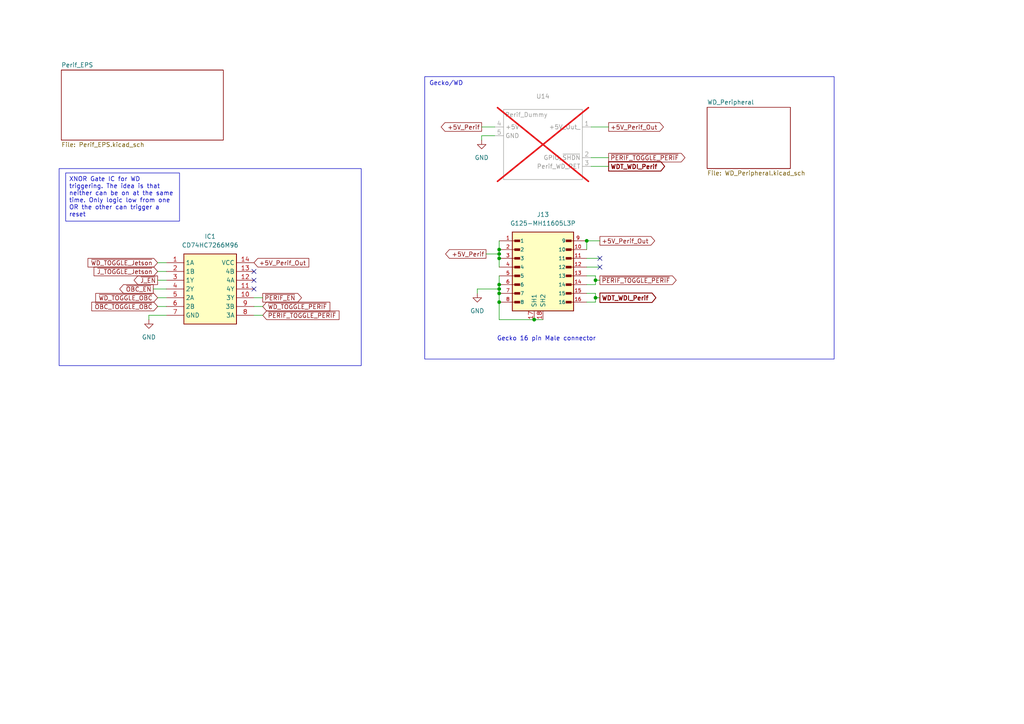
<source format=kicad_sch>
(kicad_sch (version 20250114) (generator "eeschema") (generator_version "9.0")
  (paper "A4")
  (lib_symbols
    (symbol "16 Pin Gecko Male Connector:G125-MH11605L3P" (pin_names (offset 1.016))
      (property "Reference" "J" (at -9.39 12.7 0))
      (property "Value" "G125-MH11605L3P" (at -8.89 -12.7 0))
      (symbol "G125-MH11605L3P_0_0"
        (rectangle (start -8.89 -10.16) (end 8.89 12.7) (stroke (width 0.254)) (fill (type background)))
        (rectangle (start -8.255 9.8425) (end -6.6675 10.4775) (stroke (width 0.1)) (fill (type outline)))
        (rectangle (start -8.255 7.3025) (end -6.6675 7.9375) (stroke (width 0.1)) (fill (type outline)))
        (rectangle (start -8.255 4.7625) (end -6.6675 5.3975) (stroke (width 0.1)) (fill (type outline)))
        (rectangle (start -8.255 2.2225) (end -6.6675 2.8575) (stroke (width 0.1)) (fill (type outline)))
        (rectangle (start -8.255 -0.3175) (end -6.6675 0.3175) (stroke (width 0.1)) (fill (type outline)))
        (rectangle (start -8.255 -2.8575) (end -6.6675 -2.2225) (stroke (width 0.1)) (fill (type outline)))
        (rectangle (start -8.255 -5.3975) (end -6.6675 -4.7625) (stroke (width 0.1)) (fill (type outline)))
        (rectangle (start -8.255 -7.9375) (end -6.6675 -7.3025) (stroke (width 0.1)) (fill (type outline)))
        (rectangle (start 8.255 9.8425) (end 6.6675 10.4775) (stroke (width 0.1)) (fill (type outline)))
        (rectangle (start 8.255 7.3025) (end 6.6675 7.9375) (stroke (width 0.1)) (fill (type outline)))
        (rectangle (start 8.255 4.7625) (end 6.6675 5.3975) (stroke (width 0.1)) (fill (type outline)))
        (rectangle (start 8.255 2.2225) (end 6.6675 2.8575) (stroke (width 0.1)) (fill (type outline)))
        (rectangle (start 8.255 -0.3175) (end 6.6675 0.3175) (stroke (width 0.1)) (fill (type outline)))
        (rectangle (start 8.255 -2.8575) (end 6.6675 -2.2225) (stroke (width 0.1)) (fill (type outline)))
        (rectangle (start 8.255 -5.3975) (end 6.6675 -4.7625) (stroke (width 0.1)) (fill (type outline)))
        (rectangle (start 8.255 -7.9375) (end 6.6675 -7.3025) (stroke (width 0.1)) (fill (type outline)))
        (pin passive line (at -12.7 10.16 0) (length 5.08) (name "1") (number "1"))
        (pin passive line (at -12.7 7.62 0) (length 5.08) (name "2") (number "2"))
        (pin passive line (at -12.7 5.08 0) (length 5.08) (name "3") (number "3"))
        (pin passive line (at -12.7 2.54 0) (length 5.08) (name "4") (number "4"))
        (pin passive line (at -12.7 0 0) (length 5.08) (name "5") (number "5"))
        (pin passive line (at -12.7 -2.54 0) (length 5.08) (name "6") (number "6"))
        (pin passive line (at -12.7 -5.08 0) (length 5.08) (name "7") (number "7"))
        (pin passive line (at -12.7 -7.62 0) (length 5.08) (name "8") (number "8"))
        (pin passive line (at 12.7 10.16 180) (length 5.08) (name "9") (number "9"))
        (pin passive line (at 12.7 7.62 180) (length 5.08) (name "10") (number "10"))
        (pin passive line (at 12.7 5.08 180) (length 5.08) (name "11") (number "11"))
        (pin passive line (at 12.7 2.54 180) (length 5.08) (name "12") (number "12"))
        (pin passive line (at 12.7 0 180) (length 5.08) (name "13") (number "13"))
        (pin passive line (at 12.7 -2.54 180) (length 5.08) (name "14") (number "14"))
        (pin passive line (at 12.7 -5.08 180) (length 5.08) (name "15") (number "15"))
        (pin passive line (at 12.7 -7.62 180) (length 5.08) (name "16") (number "16"))
      )
      (symbol "G125-MH11605L3P_1_1"
        (pin passive line (at -2.54 -12.7 90) (length 2.54) (name "SH1") (number "17"))
        (pin passive line (at 0 -12.7 90) (length 2.54) (name "SH2") (number "18"))
      )
    )
    (symbol "CD74HC7266M96:CD74HC7266M96"
      (property "Reference" "IC" (at 21.59 7.62 0))
      (property "Value" "CD74HC7266M96" (at 21.59 5.08 0))
      (symbol "CD74HC7266M96_1_1"
        (rectangle (start 5.08 2.54) (end 20.32 -17.78) (stroke (width 0.254)) (fill (type background)))
        (pin passive line (at 0 0 0) (length 5.08) (name "1A") (number "1"))
        (pin passive line (at 0 -2.54 0) (length 5.08) (name "1B") (number "2"))
        (pin passive line (at 0 -5.08 0) (length 5.08) (name "1Y") (number "3"))
        (pin passive line (at 0 -7.62 0) (length 5.08) (name "2Y") (number "4"))
        (pin passive line (at 0 -10.16 0) (length 5.08) (name "2A") (number "5"))
        (pin passive line (at 0 -12.7 0) (length 5.08) (name "2B") (number "6"))
        (pin passive line (at 0 -15.24 0) (length 5.08) (name "GND") (number "7"))
        (pin passive line (at 25.4 0 180) (length 5.08) (name "VCC") (number "14"))
        (pin passive line (at 25.4 -2.54 180) (length 5.08) (name "4B") (number "13"))
        (pin passive line (at 25.4 -5.08 180) (length 5.08) (name "4A") (number "12"))
        (pin passive line (at 25.4 -7.62 180) (length 5.08) (name "4Y") (number "11"))
        (pin passive line (at 25.4 -10.16 180) (length 5.08) (name "3Y") (number "10"))
        (pin passive line (at 25.4 -12.7 180) (length 5.08) (name "3B") (number "9"))
        (pin passive line (at 25.4 -15.24 180) (length 5.08) (name "3A") (number "8"))
      )
    )
    (symbol "Perif_Dummy:Perif_Dummy"
      (property "Reference" "U" (at -10.414 -8.89 0))
      (symbol "Perif_Dummy_0_1"
        (rectangle (start -11.43 10.16) (end 11.43 -10.16))
      )
      (symbol "Perif_Dummy_1_1"
        (text "Perif_Dummy\n" (at -4.826 8.636 0) (effects (font (size 1.27 1.27))))
        (pin power_in line (at -13.97 5.08 0) (length 2.54) (name "+5V") (number "4"))
        (pin power_in line (at -13.97 2.54 0) (length 2.54) (name "GND") (number "5"))
        (pin power_out line (at 13.97 5.08 180) (length 2.54) (name "+5V_Out_") (number "1"))
        (pin output line (at 13.97 -3.81 180) (length 2.54) (name "GPIO_~{SHDN}") (number "2"))
        (pin output line (at 13.97 -6.35 180) (length 2.54) (name "Perif_WD_PET") (number "3"))
      )
    )
    (symbol "power:GND" (power) (pin_numbers (hide yes)) (pin_names (offset 0) (hide yes))
      (property "Value" "GND" (at 0 -3.81 0))
      (symbol "GND_0_1"
        (polyline (pts (xy 0 0) (xy 0 -1.27) (xy 1.27 -1.27) (xy 0 -2.54) (xy -1.27 -1.27) (xy 0 -1.27)))
      )
      (symbol "GND_1_1"
        (pin power_in line (at 0 0 270) (length 0) (name "~") (number "1"))
      )
    )
  )
  (rectangle (start 123.19 22.225) (end 241.935 104.14))
  (rectangle (start 17.145 48.895) (end 104.775 106.045))
  (text "Gecko/WD" (at 129.413 24.257 0) (effects (font (size 1.27 1.27))))
  (text "Gecko 16 pin Male connector" (at 158.496 98.298 0) (effects (font (size 1.27 1.27))))
  (text_box "XNOR Gate IC for WD triggering. The idea is that neither can be on at the same time. Only logic low from one OR the other can trigger a reset" (at 19.05 50.165 0) (size 33.02 13.97) (margins 0.9525 0.9525 0.9525 0.9525) (effects (font (size 1.27 1.27)) (justify left top)))
  (junction (at 144.78 85.09))
  (junction (at 172.72 86.36))
  (junction (at 172.72 81.28))
  (junction (at 144.78 83.82))
  (junction (at 144.78 74.93))
  (junction (at 144.78 73.66))
  (junction (at 154.94 92.71))
  (junction (at 144.78 82.55))
  (junction (at 170.18 69.85))
  (junction (at 144.78 87.63))
  (junction (at 144.78 72.39))
  (no_connect (at 73.66 78.74))
  (no_connect (at 73.66 83.82))
  (no_connect (at 173.99 77.47))
  (no_connect (at 173.99 74.93))
  (no_connect (at 73.66 81.28))
  (wire (pts (xy 138.43 83.82) (xy 144.78 83.82)))
  (wire (pts (xy 170.18 74.93) (xy 173.99 74.93)))
  (wire (pts (xy 139.7 39.37) (xy 143.51 39.37)))
  (wire (pts (xy 138.43 85.09) (xy 138.43 83.82)))
  (wire (pts (xy 144.78 87.63) (xy 144.78 92.71)))
  (wire (pts (xy 73.66 88.9) (xy 76.2 88.9)))
  (wire (pts (xy 43.18 91.44) (xy 43.18 92.71)))
  (wire (pts (xy 45.72 81.28) (xy 48.26 81.28)))
  (wire (pts (xy 76.2 86.36) (xy 73.66 86.36)))
  (wire (pts (xy 172.72 86.36) (xy 172.72 87.63)))
  (wire (pts (xy 139.7 40.64) (xy 139.7 39.37)))
  (wire (pts (xy 144.78 72.39) (xy 144.78 73.66)))
  (wire (pts (xy 144.78 85.09) (xy 144.78 87.63)))
  (wire (pts (xy 45.72 86.36) (xy 48.26 86.36)))
  (wire (pts (xy 144.78 83.82) (xy 144.78 85.09)))
  (wire (pts (xy 144.78 80.01) (xy 144.78 82.55)))
  (wire (pts (xy 43.18 91.44) (xy 48.26 91.44)))
  (wire (pts (xy 45.72 78.74) (xy 48.26 78.74)))
  (wire (pts (xy 170.18 69.85) (xy 170.18 72.39)))
  (wire (pts (xy 144.78 69.85) (xy 144.78 72.39)))
  (wire (pts (xy 44.45 83.82) (xy 48.26 83.82)))
  (wire (pts (xy 45.72 88.9) (xy 48.26 88.9)))
  (wire (pts (xy 171.45 45.72) (xy 176.53 45.72)))
  (wire (pts (xy 170.18 69.85) (xy 173.99 69.85)))
  (wire (pts (xy 170.18 77.47) (xy 173.99 77.47)))
  (wire (pts (xy 172.72 81.28) (xy 173.99 81.28)))
  (wire (pts (xy 172.72 82.55) (xy 172.72 81.28)))
  (wire (pts (xy 154.94 92.71) (xy 157.48 92.71)))
  (wire (pts (xy 144.78 92.71) (xy 154.94 92.71)))
  (wire (pts (xy 172.72 80.01) (xy 172.72 81.28)))
  (wire (pts (xy 171.45 36.83) (xy 176.53 36.83)))
  (wire (pts (xy 170.18 85.09) (xy 172.72 85.09)))
  (wire (pts (xy 170.18 82.55) (xy 172.72 82.55)))
  (wire (pts (xy 140.97 73.66) (xy 144.78 73.66)))
  (wire (pts (xy 172.72 85.09) (xy 172.72 86.36)))
  (wire (pts (xy 172.72 87.63) (xy 170.18 87.63)))
  (wire (pts (xy 73.66 91.44) (xy 76.2 91.44)))
  (wire (pts (xy 45.72 76.2) (xy 48.26 76.2)))
  (wire (pts (xy 172.72 86.36) (xy 173.99 86.36)))
  (wire (pts (xy 170.18 80.01) (xy 172.72 80.01)))
  (wire (pts (xy 171.45 48.26) (xy 176.53 48.26)))
  (wire (pts (xy 139.7 36.83) (xy 143.51 36.83)))
  (wire (pts (xy 144.78 73.66) (xy 144.78 74.93)))
  (wire (pts (xy 144.78 74.93) (xy 144.78 77.47)))
  (wire (pts (xy 144.78 82.55) (xy 144.78 83.82)))
  (global_label "+5V_Perif_Out" (shape output) (at 173.99 69.85 0) (property "Intersheetrefs" "${INTERSHEET_REFS}" (effects (hide yes))))
  (global_label "WDT_WDI_Perif" (shape output) (at 173.99 86.36 0) (effects (font (thickness 0.254) (bold yes))) (property "Intersheetrefs" "${INTERSHEET_REFS}" (effects (hide yes))))
  (global_label "WDT_WDI_Perif" (shape output) (at 176.53 48.26 0) (effects (font (thickness 0.254) (bold yes))) (property "Intersheetrefs" "${INTERSHEET_REFS}" (effects (hide yes))))
  (global_label "~{WD_TOGGLE_OBC}" (shape input) (at 45.72 86.36 180) (property "Intersheetrefs" "${INTERSHEET_REFS}" (effects (hide yes))))
  (global_label "~{WD_TOGGLE_PERIF}" (shape input) (at 76.2 88.9 0) (property "Intersheetrefs" "${INTERSHEET_REFS}" (effects (hide yes))))
  (global_label "~{J_EN}" (shape output) (at 45.72 81.28 180) (property "Intersheetrefs" "${INTERSHEET_REFS}" (effects (hide yes))))
  (global_label "~{OBC_EN}" (shape output) (at 44.45 83.82 180) (property "Intersheetrefs" "${INTERSHEET_REFS}" (effects (hide yes))))
  (global_label "~{PERIF_TOGGLE_PERIF}" (shape output) (at 173.99 81.28 0) (property "Intersheetrefs" "${INTERSHEET_REFS}" (effects (hide yes))))
  (global_label "~{OBC_TOGGLE_OBC}" (shape input) (at 45.72 88.9 180) (property "Intersheetrefs" "${INTERSHEET_REFS}" (effects (hide yes))))
  (global_label "~{PERIF_EN}" (shape output) (at 76.2 86.36 0) (property "Intersheetrefs" "${INTERSHEET_REFS}" (effects (hide yes))))
  (global_label "~{WD_TOGGLE_Jetson}" (shape input) (at 45.72 76.2 180) (property "Intersheetrefs" "${INTERSHEET_REFS}" (effects (hide yes))))
  (global_label "+5V_Perif" (shape output) (at 139.7 36.83 180) (property "Intersheetrefs" "${INTERSHEET_REFS}" (effects (hide yes))))
  (global_label "+5V_Perif_Out" (shape output) (at 176.53 36.83 0) (property "Intersheetrefs" "${INTERSHEET_REFS}" (effects (hide yes))))
  (global_label "+5V_Perif_Out" (shape input) (at 73.66 76.2 0) (property "Intersheetrefs" "${INTERSHEET_REFS}" (effects (hide yes))))
  (global_label "+5V_Perif" (shape output) (at 140.97 73.66 180) (property "Intersheetrefs" "${INTERSHEET_REFS}" (effects (hide yes))))
  (global_label "~{J_TOGGLE_Jetson}" (shape input) (at 45.72 78.74 180) (property "Intersheetrefs" "${INTERSHEET_REFS}" (effects (hide yes))))
  (global_label "~{PERIF_TOGGLE_PERIF}" (shape input) (at 76.2 91.44 0) (property "Intersheetrefs" "${INTERSHEET_REFS}" (effects (hide yes))))
  (global_label "~{PERIF_TOGGLE_PERIF}" (shape output) (at 176.53 45.72 0) (property "Intersheetrefs" "${INTERSHEET_REFS}" (effects (hide yes))))
  (symbol (lib_id "CD74HC7266M96:CD74HC7266M96") (at 48.26 76.2 0) (unit 1)
    (property "Reference" "IC1" (at 60.96 68.58 0))
    (property "Value" "CD74HC7266M96" (at 60.96 71.12 0))
    (property "Footprint" "RevC Footprints:SOIC127P600X175-14N" (effects (hide yes)))
    (property "Datasheet" "http://www.ti.com/lit/gpn/CD74HC7266" (effects (hide yes)))
    (property "Description" "Texas Instruments CD74HC7266M96, XNOR Quad 2 Input XNOR, 2  6 V, 14-Pin SOIC" (effects (hide yes)))
    (property "Height" "1.75" (effects (hide yes)))
    (property "Mouser Part Number" "595-CD74HC7266M96" (effects (hide yes)))
    (property "Mouser Price/Stock" "https://www.mouser.co.uk/ProductDetail/Texas-Instruments/CD74HC7266M96?qs=xFfolx0DHx05jWn0uuGOTA%3D%3D" (effects (hide yes)))
    (property "Manufacturer_Name" "Texas Instruments" (effects (hide yes)))
    (property "Manufacturer_Part_Number" "CD74HC7266M96" (effects (hide yes)))
  )
  (symbol (lib_id "power:GND") (at 138.43 85.09 0) (unit 1)
    (property "Reference" "#PWR079" (effects (hide yes)))
    (property "Value" "GND" (at 138.43 90.17 0))
    (property "Description" "Power symbol creates a global label with name \"GND\" , ground" (effects (hide yes)))
  )
  (symbol (lib_id "Perif_Dummy:Perif_Dummy") (at 157.48 41.91 0) (unit 1) (on_board no) (dnp yes)
    (property "Reference" "U14" (at 157.48 27.94 0))
    (property "Value" "Perif. Board Dummy Connections" (effects (hide yes)))
    (property "Footprint" "Connector_PinSocket_2.54mm:PinSocket_1x05_P2.54mm_Vertical" (effects (hide yes)))
    (property "Description" "Perif. necessary connections to and from EPS board" (effects (hide yes)))
  )
  (symbol (lib_id "16 Pin Gecko Male Connector:G125-MH11605L3P") (at 157.48 80.01 0) (unit 1)
    (property "Reference" "J13" (at 157.48 62.23 0))
    (property "Value" "G125-MH11605L3P" (at 157.48 64.77 0))
    (property "Footprint" "RevC Footprints:HARWIN_G125-MH11605L3P" (effects (hide yes)))
    (property "MANUFACTURER" "HARWIN" (effects (hide yes)))
  )
  (symbol (lib_id "power:GND") (at 139.7 40.64 0) (unit 1)
    (property "Reference" "#PWR061" (effects (hide yes)))
    (property "Value" "GND" (at 139.7 45.72 0))
    (property "Description" "Power symbol creates a global label with name \"GND\" , ground" (effects (hide yes)))
  )
  (symbol (lib_id "power:GND") (at 43.18 92.71 0) (unit 1)
    (property "Reference" "#PWR052" (effects (hide yes)))
    (property "Value" "GND" (at 43.18 97.79 0))
    (property "Description" "Power symbol creates a global label with name \"GND\" , ground" (effects (hide yes)))
  )
  (sheet (at 17.78 20.32) (size 46.99 20.32) (stroke (width 0.1524))
    (property "Sheetname" "Perif_EPS" (at 17.78 19.6084 0) (effects (justify left bottom)))
    (property "Sheetfile" "Perif_EPS.kicad_sch" (at 17.78 41.2246 0) (effects (justify left top)))
  )
  (sheet (at 205.105 31.115) (size 24.13 17.78) (stroke (width 0.1524))
    (property "Sheetname" "WD_Peripheral" (at 205.105 30.4034 0) (effects (justify left bottom)))
    (property "Sheetfile" "WD_Peripheral.kicad_sch" (at 205.105 49.4796 0) (effects (justify left top)))
  )
)
</source>
